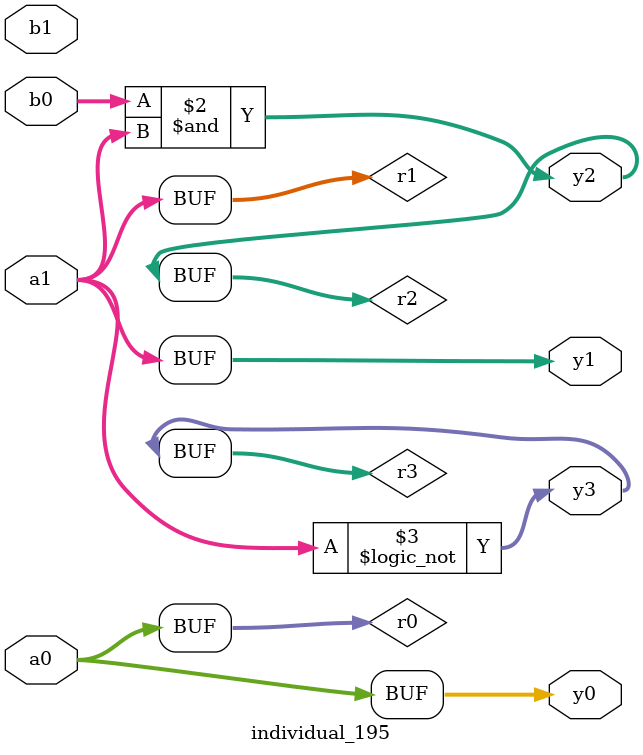
<source format=sv>
module individual_195(input logic [15:0] a1, input logic [15:0] a0, input logic [15:0] b1, input logic [15:0] b0, output logic [15:0] y3, output logic [15:0] y2, output logic [15:0] y1, output logic [15:0] y0);
logic [15:0] r0, r1, r2, r3; 
 always@(*) begin 
	 r0 = a0; r1 = a1; r2 = b0; r3 = b1; 
 	 r2  &=  a1 ;
 	 r3 = ! r1 ;
 	 y3 = r3; y2 = r2; y1 = r1; y0 = r0; 
end
endmodule
</source>
